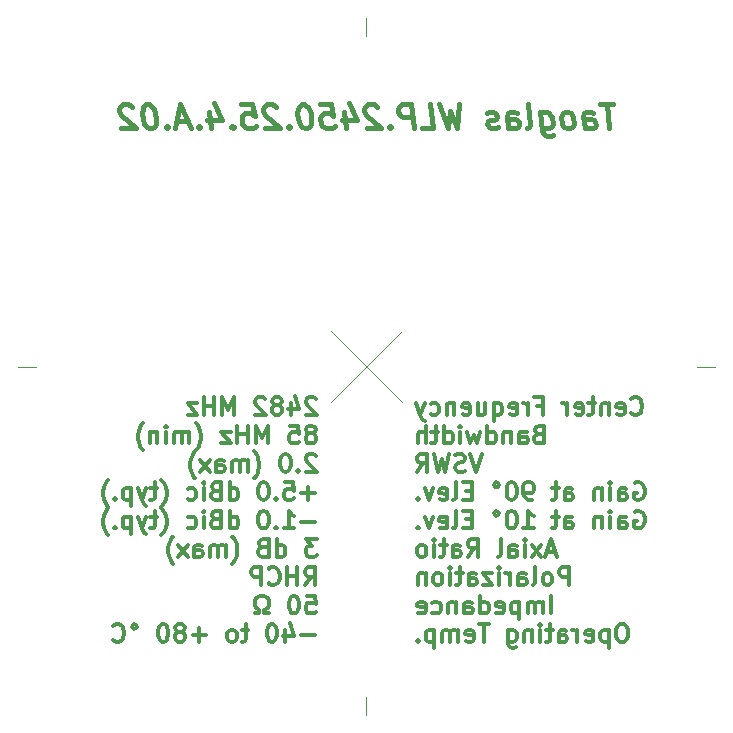
<source format=gbo>
G04 (created by PCBNEW (2013-jul-07)-stable) date Sun 14 Sep 2014 12:52:21 PM EDT*
%MOIN*%
G04 Gerber Fmt 3.4, Leading zero omitted, Abs format*
%FSLAX34Y34*%
G01*
G70*
G90*
G04 APERTURE LIST*
%ADD10C,0.00590551*%
%ADD11C,0.00393701*%
%ADD12C,0.015748*%
%ADD13C,0.011811*%
G04 APERTURE END LIST*
G54D10*
G54D11*
X119291Y-70078D02*
X116929Y-67716D01*
X116929Y-70078D02*
X119291Y-67716D01*
X106496Y-68897D02*
X107086Y-68897D01*
X118110Y-80511D02*
X118110Y-79921D01*
X129724Y-68897D02*
X129133Y-68897D01*
X118110Y-57283D02*
X118110Y-57874D01*
G54D12*
X126338Y-60161D02*
X125888Y-60161D01*
X126211Y-60948D02*
X126113Y-60161D01*
X125386Y-60948D02*
X125335Y-60536D01*
X125363Y-60461D01*
X125433Y-60423D01*
X125583Y-60423D01*
X125663Y-60461D01*
X125381Y-60911D02*
X125461Y-60948D01*
X125649Y-60948D01*
X125719Y-60911D01*
X125747Y-60836D01*
X125738Y-60761D01*
X125691Y-60686D01*
X125611Y-60648D01*
X125424Y-60648D01*
X125344Y-60611D01*
X124899Y-60948D02*
X124969Y-60911D01*
X125002Y-60873D01*
X125030Y-60798D01*
X125002Y-60573D01*
X124955Y-60498D01*
X124913Y-60461D01*
X124833Y-60423D01*
X124721Y-60423D01*
X124650Y-60461D01*
X124618Y-60498D01*
X124589Y-60573D01*
X124618Y-60798D01*
X124664Y-60873D01*
X124707Y-60911D01*
X124786Y-60948D01*
X124899Y-60948D01*
X123896Y-60423D02*
X123975Y-61061D01*
X124022Y-61136D01*
X124064Y-61173D01*
X124144Y-61211D01*
X124257Y-61211D01*
X124327Y-61173D01*
X123957Y-60911D02*
X124036Y-60948D01*
X124186Y-60948D01*
X124257Y-60911D01*
X124289Y-60873D01*
X124318Y-60798D01*
X124289Y-60573D01*
X124243Y-60498D01*
X124200Y-60461D01*
X124121Y-60423D01*
X123971Y-60423D01*
X123900Y-60461D01*
X123474Y-60948D02*
X123544Y-60911D01*
X123572Y-60836D01*
X123488Y-60161D01*
X122836Y-60948D02*
X122785Y-60536D01*
X122813Y-60461D01*
X122883Y-60423D01*
X123033Y-60423D01*
X123113Y-60461D01*
X122832Y-60911D02*
X122911Y-60948D01*
X123099Y-60948D01*
X123169Y-60911D01*
X123197Y-60836D01*
X123188Y-60761D01*
X123141Y-60686D01*
X123061Y-60648D01*
X122874Y-60648D01*
X122794Y-60611D01*
X122494Y-60911D02*
X122424Y-60948D01*
X122274Y-60948D01*
X122194Y-60911D01*
X122148Y-60836D01*
X122143Y-60798D01*
X122171Y-60723D01*
X122241Y-60686D01*
X122354Y-60686D01*
X122424Y-60648D01*
X122452Y-60573D01*
X122447Y-60536D01*
X122401Y-60461D01*
X122321Y-60423D01*
X122208Y-60423D01*
X122138Y-60461D01*
X121201Y-60161D02*
X121112Y-60948D01*
X120891Y-60386D01*
X120812Y-60948D01*
X120526Y-60161D01*
X119949Y-60948D02*
X120324Y-60948D01*
X120226Y-60161D01*
X119687Y-60948D02*
X119588Y-60161D01*
X119288Y-60161D01*
X119218Y-60198D01*
X119185Y-60236D01*
X119157Y-60311D01*
X119171Y-60423D01*
X119218Y-60498D01*
X119260Y-60536D01*
X119340Y-60573D01*
X119640Y-60573D01*
X118890Y-60873D02*
X118857Y-60911D01*
X118899Y-60948D01*
X118932Y-60911D01*
X118890Y-60873D01*
X118899Y-60948D01*
X118473Y-60236D02*
X118431Y-60198D01*
X118351Y-60161D01*
X118164Y-60161D01*
X118093Y-60198D01*
X118061Y-60236D01*
X118032Y-60311D01*
X118042Y-60386D01*
X118093Y-60498D01*
X118600Y-60948D01*
X118112Y-60948D01*
X117372Y-60423D02*
X117437Y-60948D01*
X117522Y-60123D02*
X117779Y-60686D01*
X117292Y-60686D01*
X116551Y-60161D02*
X116926Y-60161D01*
X117011Y-60536D01*
X116968Y-60498D01*
X116889Y-60461D01*
X116701Y-60461D01*
X116631Y-60498D01*
X116598Y-60536D01*
X116570Y-60611D01*
X116594Y-60798D01*
X116640Y-60873D01*
X116683Y-60911D01*
X116762Y-60948D01*
X116950Y-60948D01*
X117020Y-60911D01*
X117053Y-60873D01*
X116026Y-60161D02*
X115951Y-60161D01*
X115881Y-60198D01*
X115848Y-60236D01*
X115820Y-60311D01*
X115801Y-60461D01*
X115825Y-60648D01*
X115881Y-60798D01*
X115928Y-60873D01*
X115970Y-60911D01*
X116050Y-60948D01*
X116125Y-60948D01*
X116195Y-60911D01*
X116228Y-60873D01*
X116256Y-60798D01*
X116275Y-60648D01*
X116251Y-60461D01*
X116195Y-60311D01*
X116148Y-60236D01*
X116106Y-60198D01*
X116026Y-60161D01*
X115516Y-60873D02*
X115483Y-60911D01*
X115525Y-60948D01*
X115558Y-60911D01*
X115516Y-60873D01*
X115525Y-60948D01*
X115098Y-60236D02*
X115056Y-60198D01*
X114977Y-60161D01*
X114789Y-60161D01*
X114719Y-60198D01*
X114686Y-60236D01*
X114658Y-60311D01*
X114667Y-60386D01*
X114719Y-60498D01*
X115225Y-60948D01*
X114738Y-60948D01*
X113927Y-60161D02*
X114302Y-60161D01*
X114386Y-60536D01*
X114344Y-60498D01*
X114264Y-60461D01*
X114077Y-60461D01*
X114006Y-60498D01*
X113974Y-60536D01*
X113945Y-60611D01*
X113969Y-60798D01*
X114016Y-60873D01*
X114058Y-60911D01*
X114138Y-60948D01*
X114325Y-60948D01*
X114395Y-60911D01*
X114428Y-60873D01*
X113641Y-60873D02*
X113608Y-60911D01*
X113650Y-60948D01*
X113683Y-60911D01*
X113641Y-60873D01*
X113650Y-60948D01*
X112872Y-60423D02*
X112938Y-60948D01*
X113022Y-60123D02*
X113280Y-60686D01*
X112792Y-60686D01*
X112516Y-60873D02*
X112483Y-60911D01*
X112525Y-60948D01*
X112558Y-60911D01*
X112516Y-60873D01*
X112525Y-60948D01*
X112160Y-60723D02*
X111785Y-60723D01*
X112263Y-60948D02*
X111902Y-60161D01*
X111738Y-60948D01*
X111466Y-60873D02*
X111433Y-60911D01*
X111475Y-60948D01*
X111508Y-60911D01*
X111466Y-60873D01*
X111475Y-60948D01*
X110852Y-60161D02*
X110777Y-60161D01*
X110707Y-60198D01*
X110674Y-60236D01*
X110646Y-60311D01*
X110627Y-60461D01*
X110651Y-60648D01*
X110707Y-60798D01*
X110754Y-60873D01*
X110796Y-60911D01*
X110875Y-60948D01*
X110950Y-60948D01*
X111021Y-60911D01*
X111054Y-60873D01*
X111082Y-60798D01*
X111100Y-60648D01*
X111077Y-60461D01*
X111021Y-60311D01*
X110974Y-60236D01*
X110932Y-60198D01*
X110852Y-60161D01*
X110299Y-60236D02*
X110257Y-60198D01*
X110177Y-60161D01*
X109990Y-60161D01*
X109919Y-60198D01*
X109887Y-60236D01*
X109858Y-60311D01*
X109868Y-60386D01*
X109919Y-60498D01*
X110426Y-60948D01*
X109938Y-60948D01*
G54D13*
X116422Y-69980D02*
X116394Y-69952D01*
X116338Y-69924D01*
X116197Y-69924D01*
X116141Y-69952D01*
X116113Y-69980D01*
X116085Y-70036D01*
X116085Y-70092D01*
X116113Y-70177D01*
X116451Y-70514D01*
X116085Y-70514D01*
X115579Y-70120D02*
X115579Y-70514D01*
X115719Y-69895D02*
X115860Y-70317D01*
X115494Y-70317D01*
X115185Y-70177D02*
X115241Y-70149D01*
X115269Y-70120D01*
X115298Y-70064D01*
X115298Y-70036D01*
X115269Y-69980D01*
X115241Y-69952D01*
X115185Y-69924D01*
X115073Y-69924D01*
X115016Y-69952D01*
X114988Y-69980D01*
X114960Y-70036D01*
X114960Y-70064D01*
X114988Y-70120D01*
X115016Y-70149D01*
X115073Y-70177D01*
X115185Y-70177D01*
X115241Y-70205D01*
X115269Y-70233D01*
X115298Y-70289D01*
X115298Y-70402D01*
X115269Y-70458D01*
X115241Y-70486D01*
X115185Y-70514D01*
X115073Y-70514D01*
X115016Y-70486D01*
X114988Y-70458D01*
X114960Y-70402D01*
X114960Y-70289D01*
X114988Y-70233D01*
X115016Y-70205D01*
X115073Y-70177D01*
X114735Y-69980D02*
X114707Y-69952D01*
X114651Y-69924D01*
X114510Y-69924D01*
X114454Y-69952D01*
X114426Y-69980D01*
X114398Y-70036D01*
X114398Y-70092D01*
X114426Y-70177D01*
X114763Y-70514D01*
X114398Y-70514D01*
X113695Y-70514D02*
X113695Y-69924D01*
X113498Y-70345D01*
X113301Y-69924D01*
X113301Y-70514D01*
X113020Y-70514D02*
X113020Y-69924D01*
X113020Y-70205D02*
X112682Y-70205D01*
X112682Y-70514D02*
X112682Y-69924D01*
X112457Y-70120D02*
X112148Y-70120D01*
X112457Y-70514D01*
X112148Y-70514D01*
X116310Y-71122D02*
X116366Y-71093D01*
X116394Y-71065D01*
X116422Y-71009D01*
X116422Y-70981D01*
X116394Y-70925D01*
X116366Y-70897D01*
X116310Y-70868D01*
X116197Y-70868D01*
X116141Y-70897D01*
X116113Y-70925D01*
X116085Y-70981D01*
X116085Y-71009D01*
X116113Y-71065D01*
X116141Y-71093D01*
X116197Y-71122D01*
X116310Y-71122D01*
X116366Y-71150D01*
X116394Y-71178D01*
X116422Y-71234D01*
X116422Y-71347D01*
X116394Y-71403D01*
X116366Y-71431D01*
X116310Y-71459D01*
X116197Y-71459D01*
X116141Y-71431D01*
X116113Y-71403D01*
X116085Y-71347D01*
X116085Y-71234D01*
X116113Y-71178D01*
X116141Y-71150D01*
X116197Y-71122D01*
X115551Y-70868D02*
X115832Y-70868D01*
X115860Y-71150D01*
X115832Y-71122D01*
X115776Y-71093D01*
X115635Y-71093D01*
X115579Y-71122D01*
X115551Y-71150D01*
X115523Y-71206D01*
X115523Y-71347D01*
X115551Y-71403D01*
X115579Y-71431D01*
X115635Y-71459D01*
X115776Y-71459D01*
X115832Y-71431D01*
X115860Y-71403D01*
X114820Y-71459D02*
X114820Y-70868D01*
X114623Y-71290D01*
X114426Y-70868D01*
X114426Y-71459D01*
X114145Y-71459D02*
X114145Y-70868D01*
X114145Y-71150D02*
X113807Y-71150D01*
X113807Y-71459D02*
X113807Y-70868D01*
X113582Y-71065D02*
X113273Y-71065D01*
X113582Y-71459D01*
X113273Y-71459D01*
X112429Y-71684D02*
X112457Y-71656D01*
X112514Y-71571D01*
X112542Y-71515D01*
X112570Y-71431D01*
X112598Y-71290D01*
X112598Y-71178D01*
X112570Y-71037D01*
X112542Y-70953D01*
X112514Y-70897D01*
X112457Y-70812D01*
X112429Y-70784D01*
X112204Y-71459D02*
X112204Y-71065D01*
X112204Y-71122D02*
X112176Y-71093D01*
X112120Y-71065D01*
X112035Y-71065D01*
X111979Y-71093D01*
X111951Y-71150D01*
X111951Y-71459D01*
X111951Y-71150D02*
X111923Y-71093D01*
X111867Y-71065D01*
X111782Y-71065D01*
X111726Y-71093D01*
X111698Y-71150D01*
X111698Y-71459D01*
X111417Y-71459D02*
X111417Y-71065D01*
X111417Y-70868D02*
X111445Y-70897D01*
X111417Y-70925D01*
X111389Y-70897D01*
X111417Y-70868D01*
X111417Y-70925D01*
X111136Y-71065D02*
X111136Y-71459D01*
X111136Y-71122D02*
X111107Y-71093D01*
X111051Y-71065D01*
X110967Y-71065D01*
X110911Y-71093D01*
X110883Y-71150D01*
X110883Y-71459D01*
X110658Y-71684D02*
X110629Y-71656D01*
X110573Y-71571D01*
X110545Y-71515D01*
X110517Y-71431D01*
X110489Y-71290D01*
X110489Y-71178D01*
X110517Y-71037D01*
X110545Y-70953D01*
X110573Y-70897D01*
X110629Y-70812D01*
X110658Y-70784D01*
X116422Y-71870D02*
X116394Y-71841D01*
X116338Y-71813D01*
X116197Y-71813D01*
X116141Y-71841D01*
X116113Y-71870D01*
X116085Y-71926D01*
X116085Y-71982D01*
X116113Y-72066D01*
X116451Y-72404D01*
X116085Y-72404D01*
X115832Y-72348D02*
X115804Y-72376D01*
X115832Y-72404D01*
X115860Y-72376D01*
X115832Y-72348D01*
X115832Y-72404D01*
X115438Y-71813D02*
X115382Y-71813D01*
X115326Y-71841D01*
X115298Y-71870D01*
X115269Y-71926D01*
X115241Y-72038D01*
X115241Y-72179D01*
X115269Y-72291D01*
X115298Y-72348D01*
X115326Y-72376D01*
X115382Y-72404D01*
X115438Y-72404D01*
X115494Y-72376D01*
X115523Y-72348D01*
X115551Y-72291D01*
X115579Y-72179D01*
X115579Y-72038D01*
X115551Y-71926D01*
X115523Y-71870D01*
X115494Y-71841D01*
X115438Y-71813D01*
X114370Y-72629D02*
X114398Y-72601D01*
X114454Y-72516D01*
X114482Y-72460D01*
X114510Y-72376D01*
X114538Y-72235D01*
X114538Y-72123D01*
X114510Y-71982D01*
X114482Y-71898D01*
X114454Y-71841D01*
X114398Y-71757D01*
X114370Y-71729D01*
X114145Y-72404D02*
X114145Y-72010D01*
X114145Y-72066D02*
X114116Y-72038D01*
X114060Y-72010D01*
X113976Y-72010D01*
X113920Y-72038D01*
X113892Y-72095D01*
X113892Y-72404D01*
X113892Y-72095D02*
X113863Y-72038D01*
X113807Y-72010D01*
X113723Y-72010D01*
X113667Y-72038D01*
X113638Y-72095D01*
X113638Y-72404D01*
X113104Y-72404D02*
X113104Y-72095D01*
X113132Y-72038D01*
X113188Y-72010D01*
X113301Y-72010D01*
X113357Y-72038D01*
X113104Y-72376D02*
X113160Y-72404D01*
X113301Y-72404D01*
X113357Y-72376D01*
X113385Y-72320D01*
X113385Y-72263D01*
X113357Y-72207D01*
X113301Y-72179D01*
X113160Y-72179D01*
X113104Y-72151D01*
X112879Y-72404D02*
X112570Y-72010D01*
X112879Y-72010D02*
X112570Y-72404D01*
X112401Y-72629D02*
X112373Y-72601D01*
X112317Y-72516D01*
X112289Y-72460D01*
X112260Y-72376D01*
X112232Y-72235D01*
X112232Y-72123D01*
X112260Y-71982D01*
X112289Y-71898D01*
X112317Y-71841D01*
X112373Y-71757D01*
X112401Y-71729D01*
X116394Y-73124D02*
X115944Y-73124D01*
X116169Y-73349D02*
X116169Y-72899D01*
X115382Y-72758D02*
X115663Y-72758D01*
X115691Y-73039D01*
X115663Y-73011D01*
X115607Y-72983D01*
X115466Y-72983D01*
X115410Y-73011D01*
X115382Y-73039D01*
X115354Y-73096D01*
X115354Y-73236D01*
X115382Y-73293D01*
X115410Y-73321D01*
X115466Y-73349D01*
X115607Y-73349D01*
X115663Y-73321D01*
X115691Y-73293D01*
X115101Y-73293D02*
X115073Y-73321D01*
X115101Y-73349D01*
X115129Y-73321D01*
X115101Y-73293D01*
X115101Y-73349D01*
X114707Y-72758D02*
X114651Y-72758D01*
X114595Y-72786D01*
X114566Y-72814D01*
X114538Y-72871D01*
X114510Y-72983D01*
X114510Y-73124D01*
X114538Y-73236D01*
X114566Y-73293D01*
X114595Y-73321D01*
X114651Y-73349D01*
X114707Y-73349D01*
X114763Y-73321D01*
X114791Y-73293D01*
X114820Y-73236D01*
X114848Y-73124D01*
X114848Y-72983D01*
X114820Y-72871D01*
X114791Y-72814D01*
X114763Y-72786D01*
X114707Y-72758D01*
X113554Y-73349D02*
X113554Y-72758D01*
X113554Y-73321D02*
X113610Y-73349D01*
X113723Y-73349D01*
X113779Y-73321D01*
X113807Y-73293D01*
X113835Y-73236D01*
X113835Y-73068D01*
X113807Y-73011D01*
X113779Y-72983D01*
X113723Y-72955D01*
X113610Y-72955D01*
X113554Y-72983D01*
X113076Y-73039D02*
X112992Y-73068D01*
X112964Y-73096D01*
X112935Y-73152D01*
X112935Y-73236D01*
X112964Y-73293D01*
X112992Y-73321D01*
X113048Y-73349D01*
X113273Y-73349D01*
X113273Y-72758D01*
X113076Y-72758D01*
X113020Y-72786D01*
X112992Y-72814D01*
X112964Y-72871D01*
X112964Y-72927D01*
X112992Y-72983D01*
X113020Y-73011D01*
X113076Y-73039D01*
X113273Y-73039D01*
X112682Y-73349D02*
X112682Y-72955D01*
X112682Y-72758D02*
X112710Y-72786D01*
X112682Y-72814D01*
X112654Y-72786D01*
X112682Y-72758D01*
X112682Y-72814D01*
X112148Y-73321D02*
X112204Y-73349D01*
X112317Y-73349D01*
X112373Y-73321D01*
X112401Y-73293D01*
X112429Y-73236D01*
X112429Y-73068D01*
X112401Y-73011D01*
X112373Y-72983D01*
X112317Y-72955D01*
X112204Y-72955D01*
X112148Y-72983D01*
X111276Y-73574D02*
X111304Y-73546D01*
X111361Y-73461D01*
X111389Y-73405D01*
X111417Y-73321D01*
X111445Y-73180D01*
X111445Y-73068D01*
X111417Y-72927D01*
X111389Y-72843D01*
X111361Y-72786D01*
X111304Y-72702D01*
X111276Y-72674D01*
X111136Y-72955D02*
X110911Y-72955D01*
X111051Y-72758D02*
X111051Y-73264D01*
X111023Y-73321D01*
X110967Y-73349D01*
X110911Y-73349D01*
X110770Y-72955D02*
X110629Y-73349D01*
X110489Y-72955D02*
X110629Y-73349D01*
X110686Y-73489D01*
X110714Y-73517D01*
X110770Y-73546D01*
X110264Y-72955D02*
X110264Y-73546D01*
X110264Y-72983D02*
X110208Y-72955D01*
X110095Y-72955D01*
X110039Y-72983D01*
X110011Y-73011D01*
X109983Y-73068D01*
X109983Y-73236D01*
X110011Y-73293D01*
X110039Y-73321D01*
X110095Y-73349D01*
X110208Y-73349D01*
X110264Y-73321D01*
X109730Y-73293D02*
X109701Y-73321D01*
X109730Y-73349D01*
X109758Y-73321D01*
X109730Y-73293D01*
X109730Y-73349D01*
X109505Y-73574D02*
X109476Y-73546D01*
X109420Y-73461D01*
X109392Y-73405D01*
X109364Y-73321D01*
X109336Y-73180D01*
X109336Y-73068D01*
X109364Y-72927D01*
X109392Y-72843D01*
X109420Y-72786D01*
X109476Y-72702D01*
X109505Y-72674D01*
X116394Y-74069D02*
X115944Y-74069D01*
X115354Y-74294D02*
X115691Y-74294D01*
X115523Y-74294D02*
X115523Y-73703D01*
X115579Y-73787D01*
X115635Y-73844D01*
X115691Y-73872D01*
X115101Y-74237D02*
X115073Y-74266D01*
X115101Y-74294D01*
X115129Y-74266D01*
X115101Y-74237D01*
X115101Y-74294D01*
X114707Y-73703D02*
X114651Y-73703D01*
X114595Y-73731D01*
X114566Y-73759D01*
X114538Y-73816D01*
X114510Y-73928D01*
X114510Y-74069D01*
X114538Y-74181D01*
X114566Y-74237D01*
X114595Y-74266D01*
X114651Y-74294D01*
X114707Y-74294D01*
X114763Y-74266D01*
X114791Y-74237D01*
X114820Y-74181D01*
X114848Y-74069D01*
X114848Y-73928D01*
X114820Y-73816D01*
X114791Y-73759D01*
X114763Y-73731D01*
X114707Y-73703D01*
X113554Y-74294D02*
X113554Y-73703D01*
X113554Y-74266D02*
X113610Y-74294D01*
X113723Y-74294D01*
X113779Y-74266D01*
X113807Y-74237D01*
X113835Y-74181D01*
X113835Y-74012D01*
X113807Y-73956D01*
X113779Y-73928D01*
X113723Y-73900D01*
X113610Y-73900D01*
X113554Y-73928D01*
X113076Y-73984D02*
X112992Y-74012D01*
X112964Y-74041D01*
X112935Y-74097D01*
X112935Y-74181D01*
X112964Y-74237D01*
X112992Y-74266D01*
X113048Y-74294D01*
X113273Y-74294D01*
X113273Y-73703D01*
X113076Y-73703D01*
X113020Y-73731D01*
X112992Y-73759D01*
X112964Y-73816D01*
X112964Y-73872D01*
X112992Y-73928D01*
X113020Y-73956D01*
X113076Y-73984D01*
X113273Y-73984D01*
X112682Y-74294D02*
X112682Y-73900D01*
X112682Y-73703D02*
X112710Y-73731D01*
X112682Y-73759D01*
X112654Y-73731D01*
X112682Y-73703D01*
X112682Y-73759D01*
X112148Y-74266D02*
X112204Y-74294D01*
X112317Y-74294D01*
X112373Y-74266D01*
X112401Y-74237D01*
X112429Y-74181D01*
X112429Y-74012D01*
X112401Y-73956D01*
X112373Y-73928D01*
X112317Y-73900D01*
X112204Y-73900D01*
X112148Y-73928D01*
X111276Y-74519D02*
X111304Y-74491D01*
X111361Y-74406D01*
X111389Y-74350D01*
X111417Y-74266D01*
X111445Y-74125D01*
X111445Y-74012D01*
X111417Y-73872D01*
X111389Y-73787D01*
X111361Y-73731D01*
X111304Y-73647D01*
X111276Y-73619D01*
X111136Y-73900D02*
X110911Y-73900D01*
X111051Y-73703D02*
X111051Y-74209D01*
X111023Y-74266D01*
X110967Y-74294D01*
X110911Y-74294D01*
X110770Y-73900D02*
X110629Y-74294D01*
X110489Y-73900D02*
X110629Y-74294D01*
X110686Y-74434D01*
X110714Y-74462D01*
X110770Y-74491D01*
X110264Y-73900D02*
X110264Y-74491D01*
X110264Y-73928D02*
X110208Y-73900D01*
X110095Y-73900D01*
X110039Y-73928D01*
X110011Y-73956D01*
X109983Y-74012D01*
X109983Y-74181D01*
X110011Y-74237D01*
X110039Y-74266D01*
X110095Y-74294D01*
X110208Y-74294D01*
X110264Y-74266D01*
X109730Y-74237D02*
X109701Y-74266D01*
X109730Y-74294D01*
X109758Y-74266D01*
X109730Y-74237D01*
X109730Y-74294D01*
X109505Y-74519D02*
X109476Y-74491D01*
X109420Y-74406D01*
X109392Y-74350D01*
X109364Y-74266D01*
X109336Y-74125D01*
X109336Y-74012D01*
X109364Y-73872D01*
X109392Y-73787D01*
X109420Y-73731D01*
X109476Y-73647D01*
X109505Y-73619D01*
X116451Y-74648D02*
X116085Y-74648D01*
X116282Y-74873D01*
X116197Y-74873D01*
X116141Y-74901D01*
X116113Y-74929D01*
X116085Y-74985D01*
X116085Y-75126D01*
X116113Y-75182D01*
X116141Y-75210D01*
X116197Y-75239D01*
X116366Y-75239D01*
X116422Y-75210D01*
X116451Y-75182D01*
X115129Y-75239D02*
X115129Y-74648D01*
X115129Y-75210D02*
X115185Y-75239D01*
X115298Y-75239D01*
X115354Y-75210D01*
X115382Y-75182D01*
X115410Y-75126D01*
X115410Y-74957D01*
X115382Y-74901D01*
X115354Y-74873D01*
X115298Y-74845D01*
X115185Y-74845D01*
X115129Y-74873D01*
X114651Y-74929D02*
X114566Y-74957D01*
X114538Y-74985D01*
X114510Y-75042D01*
X114510Y-75126D01*
X114538Y-75182D01*
X114566Y-75210D01*
X114623Y-75239D01*
X114848Y-75239D01*
X114848Y-74648D01*
X114651Y-74648D01*
X114595Y-74676D01*
X114566Y-74704D01*
X114538Y-74760D01*
X114538Y-74817D01*
X114566Y-74873D01*
X114595Y-74901D01*
X114651Y-74929D01*
X114848Y-74929D01*
X113638Y-75464D02*
X113667Y-75435D01*
X113723Y-75351D01*
X113751Y-75295D01*
X113779Y-75210D01*
X113807Y-75070D01*
X113807Y-74957D01*
X113779Y-74817D01*
X113751Y-74732D01*
X113723Y-74676D01*
X113667Y-74592D01*
X113638Y-74564D01*
X113413Y-75239D02*
X113413Y-74845D01*
X113413Y-74901D02*
X113385Y-74873D01*
X113329Y-74845D01*
X113245Y-74845D01*
X113188Y-74873D01*
X113160Y-74929D01*
X113160Y-75239D01*
X113160Y-74929D02*
X113132Y-74873D01*
X113076Y-74845D01*
X112992Y-74845D01*
X112935Y-74873D01*
X112907Y-74929D01*
X112907Y-75239D01*
X112373Y-75239D02*
X112373Y-74929D01*
X112401Y-74873D01*
X112457Y-74845D01*
X112570Y-74845D01*
X112626Y-74873D01*
X112373Y-75210D02*
X112429Y-75239D01*
X112570Y-75239D01*
X112626Y-75210D01*
X112654Y-75154D01*
X112654Y-75098D01*
X112626Y-75042D01*
X112570Y-75014D01*
X112429Y-75014D01*
X112373Y-74985D01*
X112148Y-75239D02*
X111839Y-74845D01*
X112148Y-74845D02*
X111839Y-75239D01*
X111670Y-75464D02*
X111642Y-75435D01*
X111586Y-75351D01*
X111557Y-75295D01*
X111529Y-75210D01*
X111501Y-75070D01*
X111501Y-74957D01*
X111529Y-74817D01*
X111557Y-74732D01*
X111586Y-74676D01*
X111642Y-74592D01*
X111670Y-74564D01*
X116057Y-76183D02*
X116254Y-75902D01*
X116394Y-76183D02*
X116394Y-75593D01*
X116169Y-75593D01*
X116113Y-75621D01*
X116085Y-75649D01*
X116057Y-75705D01*
X116057Y-75790D01*
X116085Y-75846D01*
X116113Y-75874D01*
X116169Y-75902D01*
X116394Y-75902D01*
X115804Y-76183D02*
X115804Y-75593D01*
X115804Y-75874D02*
X115466Y-75874D01*
X115466Y-76183D02*
X115466Y-75593D01*
X114848Y-76127D02*
X114876Y-76155D01*
X114960Y-76183D01*
X115016Y-76183D01*
X115101Y-76155D01*
X115157Y-76099D01*
X115185Y-76043D01*
X115213Y-75930D01*
X115213Y-75846D01*
X115185Y-75733D01*
X115157Y-75677D01*
X115101Y-75621D01*
X115016Y-75593D01*
X114960Y-75593D01*
X114876Y-75621D01*
X114848Y-75649D01*
X114595Y-76183D02*
X114595Y-75593D01*
X114370Y-75593D01*
X114313Y-75621D01*
X114285Y-75649D01*
X114257Y-75705D01*
X114257Y-75790D01*
X114285Y-75846D01*
X114313Y-75874D01*
X114370Y-75902D01*
X114595Y-75902D01*
X116113Y-76538D02*
X116394Y-76538D01*
X116422Y-76819D01*
X116394Y-76791D01*
X116338Y-76763D01*
X116197Y-76763D01*
X116141Y-76791D01*
X116113Y-76819D01*
X116085Y-76875D01*
X116085Y-77016D01*
X116113Y-77072D01*
X116141Y-77100D01*
X116197Y-77128D01*
X116338Y-77128D01*
X116394Y-77100D01*
X116422Y-77072D01*
X115719Y-76538D02*
X115663Y-76538D01*
X115607Y-76566D01*
X115579Y-76594D01*
X115551Y-76650D01*
X115523Y-76763D01*
X115523Y-76903D01*
X115551Y-77016D01*
X115579Y-77072D01*
X115607Y-77100D01*
X115663Y-77128D01*
X115719Y-77128D01*
X115776Y-77100D01*
X115804Y-77072D01*
X115832Y-77016D01*
X115860Y-76903D01*
X115860Y-76763D01*
X115832Y-76650D01*
X115804Y-76594D01*
X115776Y-76566D01*
X115719Y-76538D01*
X114848Y-77128D02*
X114707Y-77128D01*
X114707Y-77016D01*
X114763Y-76988D01*
X114820Y-76931D01*
X114848Y-76847D01*
X114848Y-76706D01*
X114820Y-76622D01*
X114763Y-76566D01*
X114679Y-76538D01*
X114566Y-76538D01*
X114482Y-76566D01*
X114426Y-76622D01*
X114398Y-76706D01*
X114398Y-76847D01*
X114426Y-76931D01*
X114482Y-76988D01*
X114538Y-77016D01*
X114538Y-77128D01*
X114398Y-77128D01*
X116394Y-77848D02*
X115944Y-77848D01*
X115410Y-77679D02*
X115410Y-78073D01*
X115551Y-77455D02*
X115691Y-77876D01*
X115326Y-77876D01*
X114988Y-77483D02*
X114932Y-77483D01*
X114876Y-77511D01*
X114848Y-77539D01*
X114820Y-77595D01*
X114791Y-77708D01*
X114791Y-77848D01*
X114820Y-77961D01*
X114848Y-78017D01*
X114876Y-78045D01*
X114932Y-78073D01*
X114988Y-78073D01*
X115044Y-78045D01*
X115073Y-78017D01*
X115101Y-77961D01*
X115129Y-77848D01*
X115129Y-77708D01*
X115101Y-77595D01*
X115073Y-77539D01*
X115044Y-77511D01*
X114988Y-77483D01*
X114173Y-77679D02*
X113948Y-77679D01*
X114088Y-77483D02*
X114088Y-77989D01*
X114060Y-78045D01*
X114004Y-78073D01*
X113948Y-78073D01*
X113667Y-78073D02*
X113723Y-78045D01*
X113751Y-78017D01*
X113779Y-77961D01*
X113779Y-77792D01*
X113751Y-77736D01*
X113723Y-77708D01*
X113667Y-77679D01*
X113582Y-77679D01*
X113526Y-77708D01*
X113498Y-77736D01*
X113470Y-77792D01*
X113470Y-77961D01*
X113498Y-78017D01*
X113526Y-78045D01*
X113582Y-78073D01*
X113667Y-78073D01*
X112767Y-77848D02*
X112317Y-77848D01*
X112542Y-78073D02*
X112542Y-77623D01*
X111951Y-77736D02*
X112007Y-77708D01*
X112035Y-77679D01*
X112064Y-77623D01*
X112064Y-77595D01*
X112035Y-77539D01*
X112007Y-77511D01*
X111951Y-77483D01*
X111839Y-77483D01*
X111782Y-77511D01*
X111754Y-77539D01*
X111726Y-77595D01*
X111726Y-77623D01*
X111754Y-77679D01*
X111782Y-77708D01*
X111839Y-77736D01*
X111951Y-77736D01*
X112007Y-77764D01*
X112035Y-77792D01*
X112064Y-77848D01*
X112064Y-77961D01*
X112035Y-78017D01*
X112007Y-78045D01*
X111951Y-78073D01*
X111839Y-78073D01*
X111782Y-78045D01*
X111754Y-78017D01*
X111726Y-77961D01*
X111726Y-77848D01*
X111754Y-77792D01*
X111782Y-77764D01*
X111839Y-77736D01*
X111361Y-77483D02*
X111304Y-77483D01*
X111248Y-77511D01*
X111220Y-77539D01*
X111192Y-77595D01*
X111164Y-77708D01*
X111164Y-77848D01*
X111192Y-77961D01*
X111220Y-78017D01*
X111248Y-78045D01*
X111304Y-78073D01*
X111361Y-78073D01*
X111417Y-78045D01*
X111445Y-78017D01*
X111473Y-77961D01*
X111501Y-77848D01*
X111501Y-77708D01*
X111473Y-77595D01*
X111445Y-77539D01*
X111417Y-77511D01*
X111361Y-77483D01*
X110376Y-77483D02*
X110433Y-77511D01*
X110461Y-77567D01*
X110433Y-77623D01*
X110376Y-77651D01*
X110320Y-77623D01*
X110292Y-77567D01*
X110320Y-77511D01*
X110376Y-77483D01*
X109673Y-78017D02*
X109701Y-78045D01*
X109786Y-78073D01*
X109842Y-78073D01*
X109926Y-78045D01*
X109983Y-77989D01*
X110011Y-77933D01*
X110039Y-77820D01*
X110039Y-77736D01*
X110011Y-77623D01*
X109983Y-77567D01*
X109926Y-77511D01*
X109842Y-77483D01*
X109786Y-77483D01*
X109701Y-77511D01*
X109673Y-77539D01*
X126940Y-70458D02*
X126968Y-70486D01*
X127052Y-70514D01*
X127109Y-70514D01*
X127193Y-70486D01*
X127249Y-70430D01*
X127277Y-70374D01*
X127305Y-70261D01*
X127305Y-70177D01*
X127277Y-70064D01*
X127249Y-70008D01*
X127193Y-69952D01*
X127109Y-69924D01*
X127052Y-69924D01*
X126968Y-69952D01*
X126940Y-69980D01*
X126462Y-70486D02*
X126518Y-70514D01*
X126631Y-70514D01*
X126687Y-70486D01*
X126715Y-70430D01*
X126715Y-70205D01*
X126687Y-70149D01*
X126631Y-70120D01*
X126518Y-70120D01*
X126462Y-70149D01*
X126434Y-70205D01*
X126434Y-70261D01*
X126715Y-70317D01*
X126181Y-70120D02*
X126181Y-70514D01*
X126181Y-70177D02*
X126152Y-70149D01*
X126096Y-70120D01*
X126012Y-70120D01*
X125956Y-70149D01*
X125928Y-70205D01*
X125928Y-70514D01*
X125731Y-70120D02*
X125506Y-70120D01*
X125646Y-69924D02*
X125646Y-70430D01*
X125618Y-70486D01*
X125562Y-70514D01*
X125506Y-70514D01*
X125084Y-70486D02*
X125140Y-70514D01*
X125253Y-70514D01*
X125309Y-70486D01*
X125337Y-70430D01*
X125337Y-70205D01*
X125309Y-70149D01*
X125253Y-70120D01*
X125140Y-70120D01*
X125084Y-70149D01*
X125056Y-70205D01*
X125056Y-70261D01*
X125337Y-70317D01*
X124803Y-70514D02*
X124803Y-70120D01*
X124803Y-70233D02*
X124775Y-70177D01*
X124746Y-70149D01*
X124690Y-70120D01*
X124634Y-70120D01*
X123790Y-70205D02*
X123987Y-70205D01*
X123987Y-70514D02*
X123987Y-69924D01*
X123706Y-69924D01*
X123481Y-70514D02*
X123481Y-70120D01*
X123481Y-70233D02*
X123453Y-70177D01*
X123425Y-70149D01*
X123368Y-70120D01*
X123312Y-70120D01*
X122890Y-70486D02*
X122947Y-70514D01*
X123059Y-70514D01*
X123115Y-70486D01*
X123143Y-70430D01*
X123143Y-70205D01*
X123115Y-70149D01*
X123059Y-70120D01*
X122947Y-70120D01*
X122890Y-70149D01*
X122862Y-70205D01*
X122862Y-70261D01*
X123143Y-70317D01*
X122356Y-70120D02*
X122356Y-70711D01*
X122356Y-70486D02*
X122412Y-70514D01*
X122525Y-70514D01*
X122581Y-70486D01*
X122609Y-70458D01*
X122637Y-70402D01*
X122637Y-70233D01*
X122609Y-70177D01*
X122581Y-70149D01*
X122525Y-70120D01*
X122412Y-70120D01*
X122356Y-70149D01*
X121822Y-70120D02*
X121822Y-70514D01*
X122075Y-70120D02*
X122075Y-70430D01*
X122047Y-70486D01*
X121991Y-70514D01*
X121906Y-70514D01*
X121850Y-70486D01*
X121822Y-70458D01*
X121316Y-70486D02*
X121372Y-70514D01*
X121484Y-70514D01*
X121541Y-70486D01*
X121569Y-70430D01*
X121569Y-70205D01*
X121541Y-70149D01*
X121484Y-70120D01*
X121372Y-70120D01*
X121316Y-70149D01*
X121287Y-70205D01*
X121287Y-70261D01*
X121569Y-70317D01*
X121034Y-70120D02*
X121034Y-70514D01*
X121034Y-70177D02*
X121006Y-70149D01*
X120950Y-70120D01*
X120866Y-70120D01*
X120809Y-70149D01*
X120781Y-70205D01*
X120781Y-70514D01*
X120247Y-70486D02*
X120303Y-70514D01*
X120416Y-70514D01*
X120472Y-70486D01*
X120500Y-70458D01*
X120528Y-70402D01*
X120528Y-70233D01*
X120500Y-70177D01*
X120472Y-70149D01*
X120416Y-70120D01*
X120303Y-70120D01*
X120247Y-70149D01*
X120050Y-70120D02*
X119910Y-70514D01*
X119769Y-70120D02*
X119910Y-70514D01*
X119966Y-70655D01*
X119994Y-70683D01*
X120050Y-70711D01*
X123847Y-71150D02*
X123762Y-71178D01*
X123734Y-71206D01*
X123706Y-71262D01*
X123706Y-71347D01*
X123734Y-71403D01*
X123762Y-71431D01*
X123818Y-71459D01*
X124043Y-71459D01*
X124043Y-70868D01*
X123847Y-70868D01*
X123790Y-70897D01*
X123762Y-70925D01*
X123734Y-70981D01*
X123734Y-71037D01*
X123762Y-71093D01*
X123790Y-71122D01*
X123847Y-71150D01*
X124043Y-71150D01*
X123200Y-71459D02*
X123200Y-71150D01*
X123228Y-71093D01*
X123284Y-71065D01*
X123397Y-71065D01*
X123453Y-71093D01*
X123200Y-71431D02*
X123256Y-71459D01*
X123397Y-71459D01*
X123453Y-71431D01*
X123481Y-71375D01*
X123481Y-71318D01*
X123453Y-71262D01*
X123397Y-71234D01*
X123256Y-71234D01*
X123200Y-71206D01*
X122919Y-71065D02*
X122919Y-71459D01*
X122919Y-71122D02*
X122890Y-71093D01*
X122834Y-71065D01*
X122750Y-71065D01*
X122694Y-71093D01*
X122665Y-71150D01*
X122665Y-71459D01*
X122131Y-71459D02*
X122131Y-70868D01*
X122131Y-71431D02*
X122187Y-71459D01*
X122300Y-71459D01*
X122356Y-71431D01*
X122384Y-71403D01*
X122412Y-71347D01*
X122412Y-71178D01*
X122384Y-71122D01*
X122356Y-71093D01*
X122300Y-71065D01*
X122187Y-71065D01*
X122131Y-71093D01*
X121906Y-71065D02*
X121794Y-71459D01*
X121681Y-71178D01*
X121569Y-71459D01*
X121456Y-71065D01*
X121231Y-71459D02*
X121231Y-71065D01*
X121231Y-70868D02*
X121259Y-70897D01*
X121231Y-70925D01*
X121203Y-70897D01*
X121231Y-70868D01*
X121231Y-70925D01*
X120697Y-71459D02*
X120697Y-70868D01*
X120697Y-71431D02*
X120753Y-71459D01*
X120866Y-71459D01*
X120922Y-71431D01*
X120950Y-71403D01*
X120978Y-71347D01*
X120978Y-71178D01*
X120950Y-71122D01*
X120922Y-71093D01*
X120866Y-71065D01*
X120753Y-71065D01*
X120697Y-71093D01*
X120500Y-71065D02*
X120275Y-71065D01*
X120416Y-70868D02*
X120416Y-71375D01*
X120388Y-71431D01*
X120331Y-71459D01*
X120275Y-71459D01*
X120078Y-71459D02*
X120078Y-70868D01*
X119825Y-71459D02*
X119825Y-71150D01*
X119853Y-71093D01*
X119910Y-71065D01*
X119994Y-71065D01*
X120050Y-71093D01*
X120078Y-71122D01*
X121962Y-71813D02*
X121766Y-72404D01*
X121569Y-71813D01*
X121400Y-72376D02*
X121316Y-72404D01*
X121175Y-72404D01*
X121119Y-72376D01*
X121091Y-72348D01*
X121062Y-72291D01*
X121062Y-72235D01*
X121091Y-72179D01*
X121119Y-72151D01*
X121175Y-72123D01*
X121287Y-72095D01*
X121344Y-72066D01*
X121372Y-72038D01*
X121400Y-71982D01*
X121400Y-71926D01*
X121372Y-71870D01*
X121344Y-71841D01*
X121287Y-71813D01*
X121147Y-71813D01*
X121062Y-71841D01*
X120866Y-71813D02*
X120725Y-72404D01*
X120613Y-71982D01*
X120500Y-72404D01*
X120359Y-71813D01*
X119797Y-72404D02*
X119994Y-72123D01*
X120134Y-72404D02*
X120134Y-71813D01*
X119910Y-71813D01*
X119853Y-71841D01*
X119825Y-71870D01*
X119797Y-71926D01*
X119797Y-72010D01*
X119825Y-72066D01*
X119853Y-72095D01*
X119910Y-72123D01*
X120134Y-72123D01*
X127052Y-72786D02*
X127109Y-72758D01*
X127193Y-72758D01*
X127277Y-72786D01*
X127334Y-72843D01*
X127362Y-72899D01*
X127390Y-73011D01*
X127390Y-73096D01*
X127362Y-73208D01*
X127334Y-73264D01*
X127277Y-73321D01*
X127193Y-73349D01*
X127137Y-73349D01*
X127052Y-73321D01*
X127024Y-73293D01*
X127024Y-73096D01*
X127137Y-73096D01*
X126518Y-73349D02*
X126518Y-73039D01*
X126546Y-72983D01*
X126602Y-72955D01*
X126715Y-72955D01*
X126771Y-72983D01*
X126518Y-73321D02*
X126574Y-73349D01*
X126715Y-73349D01*
X126771Y-73321D01*
X126799Y-73264D01*
X126799Y-73208D01*
X126771Y-73152D01*
X126715Y-73124D01*
X126574Y-73124D01*
X126518Y-73096D01*
X126237Y-73349D02*
X126237Y-72955D01*
X126237Y-72758D02*
X126265Y-72786D01*
X126237Y-72814D01*
X126209Y-72786D01*
X126237Y-72758D01*
X126237Y-72814D01*
X125956Y-72955D02*
X125956Y-73349D01*
X125956Y-73011D02*
X125928Y-72983D01*
X125871Y-72955D01*
X125787Y-72955D01*
X125731Y-72983D01*
X125703Y-73039D01*
X125703Y-73349D01*
X124718Y-73349D02*
X124718Y-73039D01*
X124746Y-72983D01*
X124803Y-72955D01*
X124915Y-72955D01*
X124971Y-72983D01*
X124718Y-73321D02*
X124775Y-73349D01*
X124915Y-73349D01*
X124971Y-73321D01*
X124999Y-73264D01*
X124999Y-73208D01*
X124971Y-73152D01*
X124915Y-73124D01*
X124775Y-73124D01*
X124718Y-73096D01*
X124521Y-72955D02*
X124296Y-72955D01*
X124437Y-72758D02*
X124437Y-73264D01*
X124409Y-73321D01*
X124353Y-73349D01*
X124296Y-73349D01*
X123622Y-73349D02*
X123509Y-73349D01*
X123453Y-73321D01*
X123425Y-73293D01*
X123368Y-73208D01*
X123340Y-73096D01*
X123340Y-72871D01*
X123368Y-72814D01*
X123397Y-72786D01*
X123453Y-72758D01*
X123565Y-72758D01*
X123622Y-72786D01*
X123650Y-72814D01*
X123678Y-72871D01*
X123678Y-73011D01*
X123650Y-73068D01*
X123622Y-73096D01*
X123565Y-73124D01*
X123453Y-73124D01*
X123397Y-73096D01*
X123368Y-73068D01*
X123340Y-73011D01*
X122975Y-72758D02*
X122919Y-72758D01*
X122862Y-72786D01*
X122834Y-72814D01*
X122806Y-72871D01*
X122778Y-72983D01*
X122778Y-73124D01*
X122806Y-73236D01*
X122834Y-73293D01*
X122862Y-73321D01*
X122919Y-73349D01*
X122975Y-73349D01*
X123031Y-73321D01*
X123059Y-73293D01*
X123087Y-73236D01*
X123115Y-73124D01*
X123115Y-72983D01*
X123087Y-72871D01*
X123059Y-72814D01*
X123031Y-72786D01*
X122975Y-72758D01*
X122440Y-72758D02*
X122497Y-72786D01*
X122525Y-72843D01*
X122497Y-72899D01*
X122440Y-72927D01*
X122384Y-72899D01*
X122356Y-72843D01*
X122384Y-72786D01*
X122440Y-72758D01*
X121625Y-73039D02*
X121428Y-73039D01*
X121344Y-73349D02*
X121625Y-73349D01*
X121625Y-72758D01*
X121344Y-72758D01*
X121006Y-73349D02*
X121062Y-73321D01*
X121091Y-73264D01*
X121091Y-72758D01*
X120556Y-73321D02*
X120613Y-73349D01*
X120725Y-73349D01*
X120781Y-73321D01*
X120809Y-73264D01*
X120809Y-73039D01*
X120781Y-72983D01*
X120725Y-72955D01*
X120613Y-72955D01*
X120556Y-72983D01*
X120528Y-73039D01*
X120528Y-73096D01*
X120809Y-73152D01*
X120331Y-72955D02*
X120191Y-73349D01*
X120050Y-72955D01*
X119825Y-73293D02*
X119797Y-73321D01*
X119825Y-73349D01*
X119853Y-73321D01*
X119825Y-73293D01*
X119825Y-73349D01*
X127052Y-73731D02*
X127109Y-73703D01*
X127193Y-73703D01*
X127277Y-73731D01*
X127334Y-73787D01*
X127362Y-73844D01*
X127390Y-73956D01*
X127390Y-74041D01*
X127362Y-74153D01*
X127334Y-74209D01*
X127277Y-74266D01*
X127193Y-74294D01*
X127137Y-74294D01*
X127052Y-74266D01*
X127024Y-74237D01*
X127024Y-74041D01*
X127137Y-74041D01*
X126518Y-74294D02*
X126518Y-73984D01*
X126546Y-73928D01*
X126602Y-73900D01*
X126715Y-73900D01*
X126771Y-73928D01*
X126518Y-74266D02*
X126574Y-74294D01*
X126715Y-74294D01*
X126771Y-74266D01*
X126799Y-74209D01*
X126799Y-74153D01*
X126771Y-74097D01*
X126715Y-74069D01*
X126574Y-74069D01*
X126518Y-74041D01*
X126237Y-74294D02*
X126237Y-73900D01*
X126237Y-73703D02*
X126265Y-73731D01*
X126237Y-73759D01*
X126209Y-73731D01*
X126237Y-73703D01*
X126237Y-73759D01*
X125956Y-73900D02*
X125956Y-74294D01*
X125956Y-73956D02*
X125928Y-73928D01*
X125871Y-73900D01*
X125787Y-73900D01*
X125731Y-73928D01*
X125703Y-73984D01*
X125703Y-74294D01*
X124718Y-74294D02*
X124718Y-73984D01*
X124746Y-73928D01*
X124803Y-73900D01*
X124915Y-73900D01*
X124971Y-73928D01*
X124718Y-74266D02*
X124775Y-74294D01*
X124915Y-74294D01*
X124971Y-74266D01*
X124999Y-74209D01*
X124999Y-74153D01*
X124971Y-74097D01*
X124915Y-74069D01*
X124775Y-74069D01*
X124718Y-74041D01*
X124521Y-73900D02*
X124296Y-73900D01*
X124437Y-73703D02*
X124437Y-74209D01*
X124409Y-74266D01*
X124353Y-74294D01*
X124296Y-74294D01*
X123340Y-74294D02*
X123678Y-74294D01*
X123509Y-74294D02*
X123509Y-73703D01*
X123565Y-73787D01*
X123622Y-73844D01*
X123678Y-73872D01*
X122975Y-73703D02*
X122919Y-73703D01*
X122862Y-73731D01*
X122834Y-73759D01*
X122806Y-73816D01*
X122778Y-73928D01*
X122778Y-74069D01*
X122806Y-74181D01*
X122834Y-74237D01*
X122862Y-74266D01*
X122919Y-74294D01*
X122975Y-74294D01*
X123031Y-74266D01*
X123059Y-74237D01*
X123087Y-74181D01*
X123115Y-74069D01*
X123115Y-73928D01*
X123087Y-73816D01*
X123059Y-73759D01*
X123031Y-73731D01*
X122975Y-73703D01*
X122440Y-73703D02*
X122497Y-73731D01*
X122525Y-73787D01*
X122497Y-73844D01*
X122440Y-73872D01*
X122384Y-73844D01*
X122356Y-73787D01*
X122384Y-73731D01*
X122440Y-73703D01*
X121625Y-73984D02*
X121428Y-73984D01*
X121344Y-74294D02*
X121625Y-74294D01*
X121625Y-73703D01*
X121344Y-73703D01*
X121006Y-74294D02*
X121062Y-74266D01*
X121091Y-74209D01*
X121091Y-73703D01*
X120556Y-74266D02*
X120613Y-74294D01*
X120725Y-74294D01*
X120781Y-74266D01*
X120809Y-74209D01*
X120809Y-73984D01*
X120781Y-73928D01*
X120725Y-73900D01*
X120613Y-73900D01*
X120556Y-73928D01*
X120528Y-73984D01*
X120528Y-74041D01*
X120809Y-74097D01*
X120331Y-73900D02*
X120191Y-74294D01*
X120050Y-73900D01*
X119825Y-74237D02*
X119797Y-74266D01*
X119825Y-74294D01*
X119853Y-74266D01*
X119825Y-74237D01*
X119825Y-74294D01*
X124409Y-75070D02*
X124128Y-75070D01*
X124465Y-75239D02*
X124268Y-74648D01*
X124071Y-75239D01*
X123931Y-75239D02*
X123622Y-74845D01*
X123931Y-74845D02*
X123622Y-75239D01*
X123397Y-75239D02*
X123397Y-74845D01*
X123397Y-74648D02*
X123425Y-74676D01*
X123397Y-74704D01*
X123368Y-74676D01*
X123397Y-74648D01*
X123397Y-74704D01*
X122862Y-75239D02*
X122862Y-74929D01*
X122890Y-74873D01*
X122947Y-74845D01*
X123059Y-74845D01*
X123115Y-74873D01*
X122862Y-75210D02*
X122919Y-75239D01*
X123059Y-75239D01*
X123115Y-75210D01*
X123143Y-75154D01*
X123143Y-75098D01*
X123115Y-75042D01*
X123059Y-75014D01*
X122919Y-75014D01*
X122862Y-74985D01*
X122497Y-75239D02*
X122553Y-75210D01*
X122581Y-75154D01*
X122581Y-74648D01*
X121484Y-75239D02*
X121681Y-74957D01*
X121822Y-75239D02*
X121822Y-74648D01*
X121597Y-74648D01*
X121541Y-74676D01*
X121512Y-74704D01*
X121484Y-74760D01*
X121484Y-74845D01*
X121512Y-74901D01*
X121541Y-74929D01*
X121597Y-74957D01*
X121822Y-74957D01*
X120978Y-75239D02*
X120978Y-74929D01*
X121006Y-74873D01*
X121062Y-74845D01*
X121175Y-74845D01*
X121231Y-74873D01*
X120978Y-75210D02*
X121034Y-75239D01*
X121175Y-75239D01*
X121231Y-75210D01*
X121259Y-75154D01*
X121259Y-75098D01*
X121231Y-75042D01*
X121175Y-75014D01*
X121034Y-75014D01*
X120978Y-74985D01*
X120781Y-74845D02*
X120556Y-74845D01*
X120697Y-74648D02*
X120697Y-75154D01*
X120669Y-75210D01*
X120613Y-75239D01*
X120556Y-75239D01*
X120359Y-75239D02*
X120359Y-74845D01*
X120359Y-74648D02*
X120388Y-74676D01*
X120359Y-74704D01*
X120331Y-74676D01*
X120359Y-74648D01*
X120359Y-74704D01*
X119994Y-75239D02*
X120050Y-75210D01*
X120078Y-75182D01*
X120106Y-75126D01*
X120106Y-74957D01*
X120078Y-74901D01*
X120050Y-74873D01*
X119994Y-74845D01*
X119910Y-74845D01*
X119853Y-74873D01*
X119825Y-74901D01*
X119797Y-74957D01*
X119797Y-75126D01*
X119825Y-75182D01*
X119853Y-75210D01*
X119910Y-75239D01*
X119994Y-75239D01*
X124859Y-76183D02*
X124859Y-75593D01*
X124634Y-75593D01*
X124578Y-75621D01*
X124550Y-75649D01*
X124521Y-75705D01*
X124521Y-75790D01*
X124550Y-75846D01*
X124578Y-75874D01*
X124634Y-75902D01*
X124859Y-75902D01*
X124184Y-76183D02*
X124240Y-76155D01*
X124268Y-76127D01*
X124296Y-76071D01*
X124296Y-75902D01*
X124268Y-75846D01*
X124240Y-75818D01*
X124184Y-75790D01*
X124100Y-75790D01*
X124043Y-75818D01*
X124015Y-75846D01*
X123987Y-75902D01*
X123987Y-76071D01*
X124015Y-76127D01*
X124043Y-76155D01*
X124100Y-76183D01*
X124184Y-76183D01*
X123650Y-76183D02*
X123706Y-76155D01*
X123734Y-76099D01*
X123734Y-75593D01*
X123172Y-76183D02*
X123172Y-75874D01*
X123200Y-75818D01*
X123256Y-75790D01*
X123368Y-75790D01*
X123425Y-75818D01*
X123172Y-76155D02*
X123228Y-76183D01*
X123368Y-76183D01*
X123425Y-76155D01*
X123453Y-76099D01*
X123453Y-76043D01*
X123425Y-75987D01*
X123368Y-75958D01*
X123228Y-75958D01*
X123172Y-75930D01*
X122890Y-76183D02*
X122890Y-75790D01*
X122890Y-75902D02*
X122862Y-75846D01*
X122834Y-75818D01*
X122778Y-75790D01*
X122722Y-75790D01*
X122525Y-76183D02*
X122525Y-75790D01*
X122525Y-75593D02*
X122553Y-75621D01*
X122525Y-75649D01*
X122497Y-75621D01*
X122525Y-75593D01*
X122525Y-75649D01*
X122300Y-75790D02*
X121991Y-75790D01*
X122300Y-76183D01*
X121991Y-76183D01*
X121512Y-76183D02*
X121512Y-75874D01*
X121541Y-75818D01*
X121597Y-75790D01*
X121709Y-75790D01*
X121766Y-75818D01*
X121512Y-76155D02*
X121569Y-76183D01*
X121709Y-76183D01*
X121766Y-76155D01*
X121794Y-76099D01*
X121794Y-76043D01*
X121766Y-75987D01*
X121709Y-75958D01*
X121569Y-75958D01*
X121512Y-75930D01*
X121316Y-75790D02*
X121091Y-75790D01*
X121231Y-75593D02*
X121231Y-76099D01*
X121203Y-76155D01*
X121147Y-76183D01*
X121091Y-76183D01*
X120894Y-76183D02*
X120894Y-75790D01*
X120894Y-75593D02*
X120922Y-75621D01*
X120894Y-75649D01*
X120866Y-75621D01*
X120894Y-75593D01*
X120894Y-75649D01*
X120528Y-76183D02*
X120584Y-76155D01*
X120613Y-76127D01*
X120641Y-76071D01*
X120641Y-75902D01*
X120613Y-75846D01*
X120584Y-75818D01*
X120528Y-75790D01*
X120444Y-75790D01*
X120388Y-75818D01*
X120359Y-75846D01*
X120331Y-75902D01*
X120331Y-76071D01*
X120359Y-76127D01*
X120388Y-76155D01*
X120444Y-76183D01*
X120528Y-76183D01*
X120078Y-75790D02*
X120078Y-76183D01*
X120078Y-75846D02*
X120050Y-75818D01*
X119994Y-75790D01*
X119910Y-75790D01*
X119853Y-75818D01*
X119825Y-75874D01*
X119825Y-76183D01*
X124268Y-77128D02*
X124268Y-76538D01*
X123987Y-77128D02*
X123987Y-76735D01*
X123987Y-76791D02*
X123959Y-76763D01*
X123903Y-76735D01*
X123818Y-76735D01*
X123762Y-76763D01*
X123734Y-76819D01*
X123734Y-77128D01*
X123734Y-76819D02*
X123706Y-76763D01*
X123650Y-76735D01*
X123565Y-76735D01*
X123509Y-76763D01*
X123481Y-76819D01*
X123481Y-77128D01*
X123200Y-76735D02*
X123200Y-77325D01*
X123200Y-76763D02*
X123143Y-76735D01*
X123031Y-76735D01*
X122975Y-76763D01*
X122947Y-76791D01*
X122919Y-76847D01*
X122919Y-77016D01*
X122947Y-77072D01*
X122975Y-77100D01*
X123031Y-77128D01*
X123143Y-77128D01*
X123200Y-77100D01*
X122440Y-77100D02*
X122497Y-77128D01*
X122609Y-77128D01*
X122665Y-77100D01*
X122694Y-77044D01*
X122694Y-76819D01*
X122665Y-76763D01*
X122609Y-76735D01*
X122497Y-76735D01*
X122440Y-76763D01*
X122412Y-76819D01*
X122412Y-76875D01*
X122694Y-76931D01*
X121906Y-77128D02*
X121906Y-76538D01*
X121906Y-77100D02*
X121962Y-77128D01*
X122075Y-77128D01*
X122131Y-77100D01*
X122159Y-77072D01*
X122187Y-77016D01*
X122187Y-76847D01*
X122159Y-76791D01*
X122131Y-76763D01*
X122075Y-76735D01*
X121962Y-76735D01*
X121906Y-76763D01*
X121372Y-77128D02*
X121372Y-76819D01*
X121400Y-76763D01*
X121456Y-76735D01*
X121569Y-76735D01*
X121625Y-76763D01*
X121372Y-77100D02*
X121428Y-77128D01*
X121569Y-77128D01*
X121625Y-77100D01*
X121653Y-77044D01*
X121653Y-76988D01*
X121625Y-76931D01*
X121569Y-76903D01*
X121428Y-76903D01*
X121372Y-76875D01*
X121091Y-76735D02*
X121091Y-77128D01*
X121091Y-76791D02*
X121062Y-76763D01*
X121006Y-76735D01*
X120922Y-76735D01*
X120866Y-76763D01*
X120838Y-76819D01*
X120838Y-77128D01*
X120303Y-77100D02*
X120359Y-77128D01*
X120472Y-77128D01*
X120528Y-77100D01*
X120556Y-77072D01*
X120584Y-77016D01*
X120584Y-76847D01*
X120556Y-76791D01*
X120528Y-76763D01*
X120472Y-76735D01*
X120359Y-76735D01*
X120303Y-76763D01*
X119825Y-77100D02*
X119881Y-77128D01*
X119994Y-77128D01*
X120050Y-77100D01*
X120078Y-77044D01*
X120078Y-76819D01*
X120050Y-76763D01*
X119994Y-76735D01*
X119881Y-76735D01*
X119825Y-76763D01*
X119797Y-76819D01*
X119797Y-76875D01*
X120078Y-76931D01*
X126687Y-77483D02*
X126574Y-77483D01*
X126518Y-77511D01*
X126462Y-77567D01*
X126434Y-77679D01*
X126434Y-77876D01*
X126462Y-77989D01*
X126518Y-78045D01*
X126574Y-78073D01*
X126687Y-78073D01*
X126743Y-78045D01*
X126799Y-77989D01*
X126827Y-77876D01*
X126827Y-77679D01*
X126799Y-77567D01*
X126743Y-77511D01*
X126687Y-77483D01*
X126181Y-77679D02*
X126181Y-78270D01*
X126181Y-77708D02*
X126124Y-77679D01*
X126012Y-77679D01*
X125956Y-77708D01*
X125928Y-77736D01*
X125899Y-77792D01*
X125899Y-77961D01*
X125928Y-78017D01*
X125956Y-78045D01*
X126012Y-78073D01*
X126124Y-78073D01*
X126181Y-78045D01*
X125421Y-78045D02*
X125478Y-78073D01*
X125590Y-78073D01*
X125646Y-78045D01*
X125674Y-77989D01*
X125674Y-77764D01*
X125646Y-77708D01*
X125590Y-77679D01*
X125478Y-77679D01*
X125421Y-77708D01*
X125393Y-77764D01*
X125393Y-77820D01*
X125674Y-77876D01*
X125140Y-78073D02*
X125140Y-77679D01*
X125140Y-77792D02*
X125112Y-77736D01*
X125084Y-77708D01*
X125028Y-77679D01*
X124971Y-77679D01*
X124521Y-78073D02*
X124521Y-77764D01*
X124550Y-77708D01*
X124606Y-77679D01*
X124718Y-77679D01*
X124775Y-77708D01*
X124521Y-78045D02*
X124578Y-78073D01*
X124718Y-78073D01*
X124775Y-78045D01*
X124803Y-77989D01*
X124803Y-77933D01*
X124775Y-77876D01*
X124718Y-77848D01*
X124578Y-77848D01*
X124521Y-77820D01*
X124325Y-77679D02*
X124100Y-77679D01*
X124240Y-77483D02*
X124240Y-77989D01*
X124212Y-78045D01*
X124156Y-78073D01*
X124100Y-78073D01*
X123903Y-78073D02*
X123903Y-77679D01*
X123903Y-77483D02*
X123931Y-77511D01*
X123903Y-77539D01*
X123875Y-77511D01*
X123903Y-77483D01*
X123903Y-77539D01*
X123622Y-77679D02*
X123622Y-78073D01*
X123622Y-77736D02*
X123593Y-77708D01*
X123537Y-77679D01*
X123453Y-77679D01*
X123397Y-77708D01*
X123368Y-77764D01*
X123368Y-78073D01*
X122834Y-77679D02*
X122834Y-78158D01*
X122862Y-78214D01*
X122890Y-78242D01*
X122947Y-78270D01*
X123031Y-78270D01*
X123087Y-78242D01*
X122834Y-78045D02*
X122890Y-78073D01*
X123003Y-78073D01*
X123059Y-78045D01*
X123087Y-78017D01*
X123115Y-77961D01*
X123115Y-77792D01*
X123087Y-77736D01*
X123059Y-77708D01*
X123003Y-77679D01*
X122890Y-77679D01*
X122834Y-77708D01*
X122187Y-77483D02*
X121850Y-77483D01*
X122019Y-78073D02*
X122019Y-77483D01*
X121428Y-78045D02*
X121484Y-78073D01*
X121597Y-78073D01*
X121653Y-78045D01*
X121681Y-77989D01*
X121681Y-77764D01*
X121653Y-77708D01*
X121597Y-77679D01*
X121484Y-77679D01*
X121428Y-77708D01*
X121400Y-77764D01*
X121400Y-77820D01*
X121681Y-77876D01*
X121147Y-78073D02*
X121147Y-77679D01*
X121147Y-77736D02*
X121119Y-77708D01*
X121062Y-77679D01*
X120978Y-77679D01*
X120922Y-77708D01*
X120894Y-77764D01*
X120894Y-78073D01*
X120894Y-77764D02*
X120866Y-77708D01*
X120809Y-77679D01*
X120725Y-77679D01*
X120669Y-77708D01*
X120641Y-77764D01*
X120641Y-78073D01*
X120359Y-77679D02*
X120359Y-78270D01*
X120359Y-77708D02*
X120303Y-77679D01*
X120191Y-77679D01*
X120134Y-77708D01*
X120106Y-77736D01*
X120078Y-77792D01*
X120078Y-77961D01*
X120106Y-78017D01*
X120134Y-78045D01*
X120191Y-78073D01*
X120303Y-78073D01*
X120359Y-78045D01*
X119825Y-78017D02*
X119797Y-78045D01*
X119825Y-78073D01*
X119853Y-78045D01*
X119825Y-78017D01*
X119825Y-78073D01*
M02*

</source>
